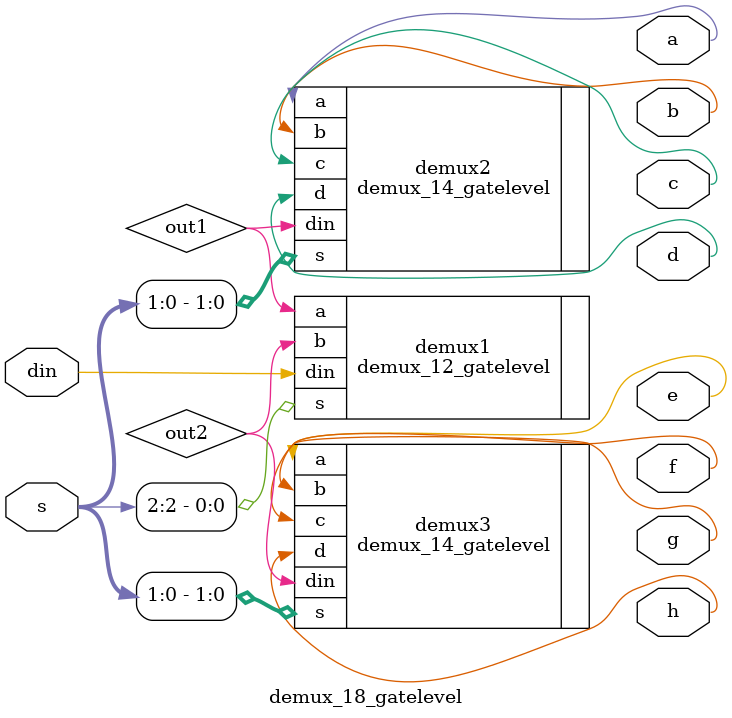
<source format=v>
module demux_18_gatelevel (a, b, c, d, e, f, g, h, s, din);

output a, b, c, d, e, f, g, h;
input [2:0] s;
input din;

wire out1, out2;

demux_12_gatelevel demux1 (.a(out1), .b(out2), .s(s[2]), .din(din));
demux_14_gatelevel demux2 (.a(a), .b(b), .c(c), .d(d), .s(s[1:0]), .din(out1));
demux_14_gatelevel demux3 (.a(e), .b(f), .c(g), .d(h), .s(s[1:0]), .din(out2));

endmodule
</source>
